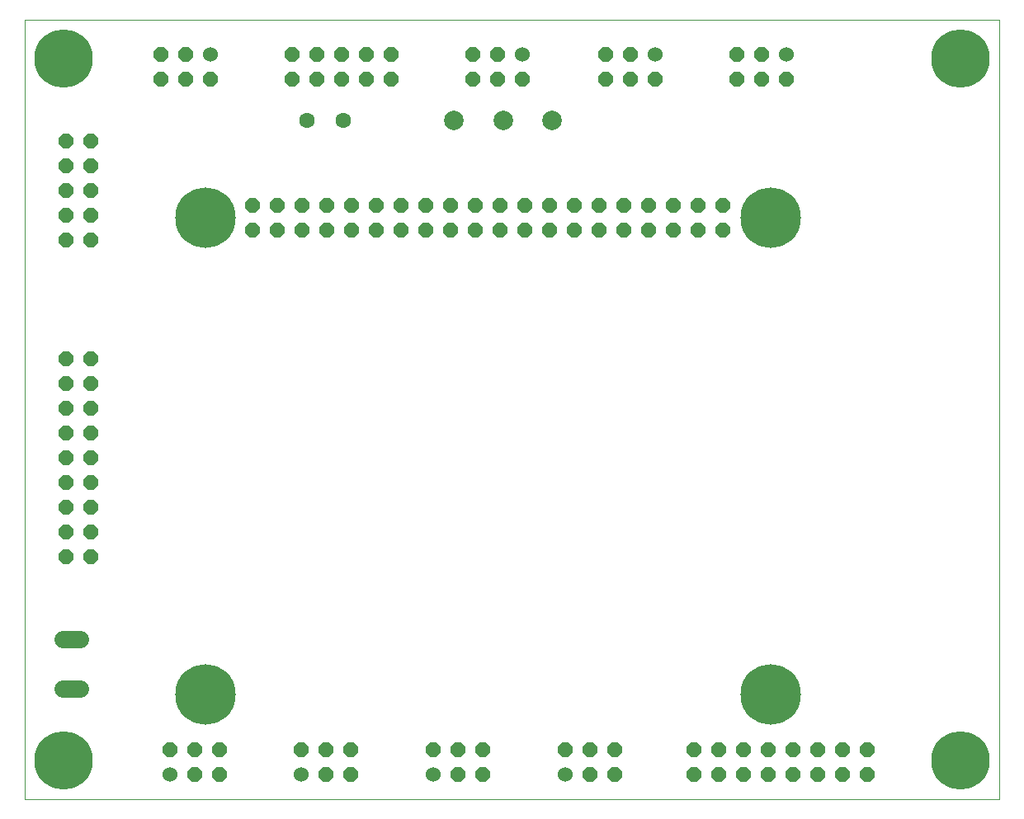
<source format=gbs>
G75*
%MOIN*%
%OFA0B0*%
%FSLAX25Y25*%
%IPPOS*%
%LPD*%
%AMOC8*
5,1,8,0,0,1.08239X$1,22.5*
%
%ADD10C,0.00394*%
%ADD11OC8,0.06000*%
%ADD12C,0.06000*%
%ADD13C,0.24409*%
%ADD14C,0.07050*%
%ADD15C,0.06299*%
%ADD16C,0.07874*%
%ADD17C,0.23622*%
D10*
X0002658Y0001600D02*
X0002658Y0316561D01*
X0396359Y0316561D01*
X0396359Y0001600D01*
X0002658Y0001600D01*
D11*
X0061162Y0021561D03*
X0071162Y0021561D03*
X0081162Y0021561D03*
X0081162Y0011561D03*
X0071162Y0011561D03*
X0114312Y0021561D03*
X0124312Y0021561D03*
X0134312Y0021561D03*
X0134312Y0011561D03*
X0124312Y0011561D03*
X0167461Y0021561D03*
X0177461Y0021561D03*
X0187461Y0021561D03*
X0187461Y0011561D03*
X0177461Y0011561D03*
X0221005Y0021561D03*
X0231005Y0021561D03*
X0241005Y0021561D03*
X0241005Y0011561D03*
X0231005Y0011561D03*
X0272776Y0011561D03*
X0282776Y0011561D03*
X0282776Y0021561D03*
X0272776Y0021561D03*
X0292776Y0021561D03*
X0302776Y0021561D03*
X0302776Y0011561D03*
X0292776Y0011561D03*
X0312776Y0011561D03*
X0322776Y0011561D03*
X0322776Y0021561D03*
X0312776Y0021561D03*
X0332776Y0021561D03*
X0342776Y0021561D03*
X0342776Y0011561D03*
X0332776Y0011561D03*
X0284666Y0231639D03*
X0274666Y0231639D03*
X0264666Y0231639D03*
X0254666Y0231639D03*
X0244666Y0231639D03*
X0234666Y0231639D03*
X0224666Y0231639D03*
X0214666Y0231639D03*
X0204666Y0231639D03*
X0194666Y0231639D03*
X0184666Y0231639D03*
X0174666Y0231639D03*
X0164666Y0231639D03*
X0154666Y0231639D03*
X0144666Y0231639D03*
X0134666Y0231639D03*
X0124666Y0231639D03*
X0114666Y0231639D03*
X0104666Y0231639D03*
X0094666Y0231639D03*
X0094666Y0241639D03*
X0104666Y0241639D03*
X0114666Y0241639D03*
X0124666Y0241639D03*
X0134666Y0241639D03*
X0144666Y0241639D03*
X0154666Y0241639D03*
X0164666Y0241639D03*
X0174666Y0241639D03*
X0184666Y0241639D03*
X0194666Y0241639D03*
X0204666Y0241639D03*
X0214666Y0241639D03*
X0224666Y0241639D03*
X0234666Y0241639D03*
X0244666Y0241639D03*
X0254666Y0241639D03*
X0264666Y0241639D03*
X0274666Y0241639D03*
X0284666Y0241639D03*
X0290296Y0292663D03*
X0290296Y0302663D03*
X0300296Y0302663D03*
X0300296Y0292663D03*
X0310296Y0292663D03*
X0257146Y0292663D03*
X0247146Y0292663D03*
X0237146Y0292663D03*
X0237146Y0302663D03*
X0247146Y0302663D03*
X0203603Y0292663D03*
X0193603Y0292663D03*
X0183603Y0292663D03*
X0183603Y0302663D03*
X0193603Y0302663D03*
X0150611Y0302663D03*
X0140611Y0302663D03*
X0130611Y0302663D03*
X0120611Y0302663D03*
X0110611Y0302663D03*
X0110611Y0292663D03*
X0120611Y0292663D03*
X0130611Y0292663D03*
X0140611Y0292663D03*
X0150611Y0292663D03*
X0077619Y0292663D03*
X0067619Y0292663D03*
X0057619Y0292663D03*
X0057619Y0302663D03*
X0067619Y0302663D03*
X0029312Y0267663D03*
X0029312Y0257663D03*
X0019312Y0257663D03*
X0019312Y0267663D03*
X0019312Y0247663D03*
X0029312Y0247663D03*
X0029312Y0237663D03*
X0029312Y0227663D03*
X0019312Y0227663D03*
X0019312Y0237663D03*
X0019312Y0179395D03*
X0019312Y0169395D03*
X0019312Y0159395D03*
X0019312Y0149395D03*
X0029312Y0149395D03*
X0029312Y0159395D03*
X0029312Y0169395D03*
X0029312Y0179395D03*
X0029312Y0139395D03*
X0029312Y0129395D03*
X0029312Y0119395D03*
X0029312Y0109395D03*
X0029312Y0099395D03*
X0019312Y0099395D03*
X0019312Y0109395D03*
X0019312Y0119395D03*
X0019312Y0129395D03*
X0019312Y0139395D03*
D12*
X0061162Y0011561D03*
X0114312Y0011561D03*
X0167461Y0011561D03*
X0221005Y0011561D03*
X0203603Y0302663D03*
X0257146Y0302663D03*
X0310296Y0302663D03*
X0077619Y0302663D03*
D13*
X0075493Y0236639D03*
X0303839Y0236639D03*
X0303839Y0043726D03*
X0075493Y0043726D03*
D14*
X0024825Y0046324D02*
X0017775Y0046324D01*
X0017775Y0066324D02*
X0024825Y0066324D01*
D15*
X0116517Y0276009D03*
X0131398Y0276009D03*
D16*
X0176044Y0276009D03*
X0195887Y0276009D03*
X0215729Y0276009D03*
D17*
X0380611Y0300813D03*
X0380611Y0017348D03*
X0018406Y0017348D03*
X0018406Y0300813D03*
M02*

</source>
